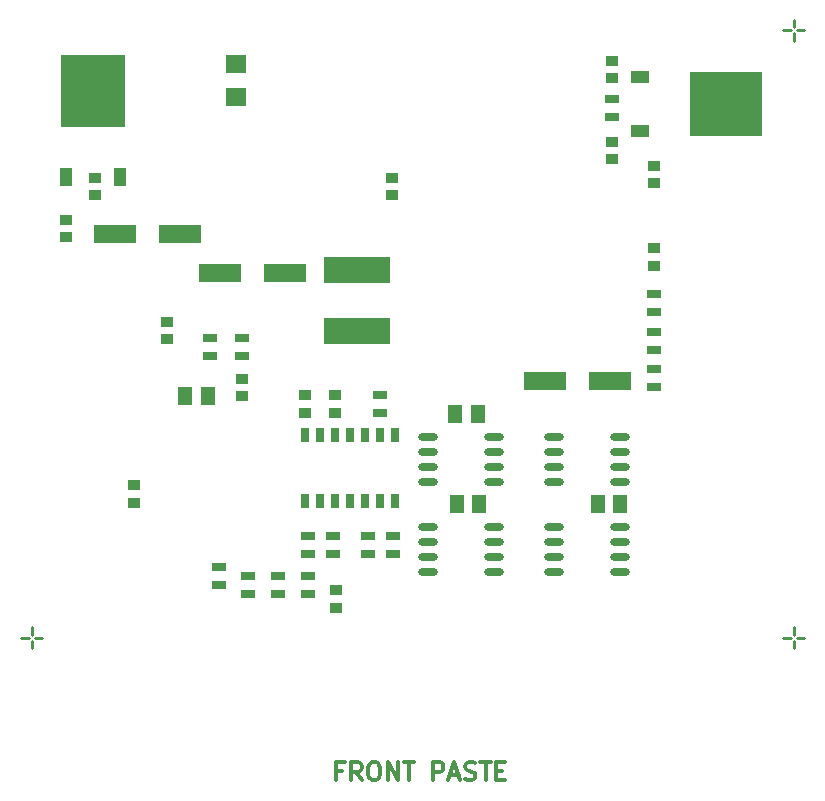
<source format=gtp>
G04 (created by PCBNEW (2013-07-07 BZR 4022)-stable) date 2/14/2016 6:55:42 AM*
%MOIN*%
G04 Gerber Fmt 3.4, Leading zero omitted, Abs format*
%FSLAX34Y34*%
G01*
G70*
G90*
G04 APERTURE LIST*
%ADD10C,0.00590551*%
%ADD11C,0.01*%
%ADD12C,0.011811*%
%ADD13O,0.065X0.025*%
%ADD14R,0.025X0.05*%
%ADD15R,0.045X0.025*%
%ADD16R,0.221X0.091*%
%ADD17R,0.141701X0.063*%
%ADD18R,0.0394016X0.0354016*%
%ADD19R,0.0629016X0.0392992*%
%ADD20R,0.244X0.2125*%
%ADD21R,0.0512X0.059*%
%ADD22R,0.0392992X0.0629016*%
%ADD23R,0.2125X0.244*%
%ADD24R,0.071X0.063*%
G04 APERTURE END LIST*
G54D10*
G54D11*
X24600Y-32650D02*
X24600Y-32400D01*
X24500Y-32750D02*
X24250Y-32750D01*
X24600Y-32850D02*
X24600Y-33100D01*
X24700Y-32750D02*
X24950Y-32750D01*
X50000Y-32850D02*
X50000Y-33100D01*
X49900Y-32750D02*
X49650Y-32750D01*
X50000Y-32650D02*
X50000Y-32400D01*
X50100Y-32750D02*
X50350Y-32750D01*
X50000Y-12600D02*
X50000Y-12850D01*
X49900Y-12500D02*
X49650Y-12500D01*
X50000Y-12400D02*
X50000Y-12150D01*
X50100Y-12500D02*
X50350Y-12500D01*
G54D12*
X34948Y-37179D02*
X34751Y-37179D01*
X34751Y-37489D02*
X34751Y-36898D01*
X35033Y-36898D01*
X35595Y-37489D02*
X35398Y-37207D01*
X35258Y-37489D02*
X35258Y-36898D01*
X35483Y-36898D01*
X35539Y-36926D01*
X35567Y-36954D01*
X35595Y-37010D01*
X35595Y-37095D01*
X35567Y-37151D01*
X35539Y-37179D01*
X35483Y-37207D01*
X35258Y-37207D01*
X35961Y-36898D02*
X36073Y-36898D01*
X36129Y-36926D01*
X36186Y-36982D01*
X36214Y-37095D01*
X36214Y-37292D01*
X36186Y-37404D01*
X36129Y-37460D01*
X36073Y-37489D01*
X35961Y-37489D01*
X35904Y-37460D01*
X35848Y-37404D01*
X35820Y-37292D01*
X35820Y-37095D01*
X35848Y-36982D01*
X35904Y-36926D01*
X35961Y-36898D01*
X36467Y-37489D02*
X36467Y-36898D01*
X36804Y-37489D01*
X36804Y-36898D01*
X37001Y-36898D02*
X37339Y-36898D01*
X37170Y-37489D02*
X37170Y-36898D01*
X37985Y-37489D02*
X37985Y-36898D01*
X38210Y-36898D01*
X38267Y-36926D01*
X38295Y-36954D01*
X38323Y-37010D01*
X38323Y-37095D01*
X38295Y-37151D01*
X38267Y-37179D01*
X38210Y-37207D01*
X37985Y-37207D01*
X38548Y-37320D02*
X38829Y-37320D01*
X38492Y-37489D02*
X38688Y-36898D01*
X38885Y-37489D01*
X39054Y-37460D02*
X39138Y-37489D01*
X39279Y-37489D01*
X39335Y-37460D01*
X39363Y-37432D01*
X39391Y-37376D01*
X39391Y-37320D01*
X39363Y-37264D01*
X39335Y-37235D01*
X39279Y-37207D01*
X39166Y-37179D01*
X39110Y-37151D01*
X39082Y-37123D01*
X39054Y-37067D01*
X39054Y-37010D01*
X39082Y-36954D01*
X39110Y-36926D01*
X39166Y-36898D01*
X39307Y-36898D01*
X39391Y-36926D01*
X39560Y-36898D02*
X39898Y-36898D01*
X39729Y-37489D02*
X39729Y-36898D01*
X40094Y-37179D02*
X40291Y-37179D01*
X40376Y-37489D02*
X40094Y-37489D01*
X40094Y-36898D01*
X40376Y-36898D01*
G54D13*
X37800Y-26050D03*
X37800Y-26550D03*
X37800Y-27050D03*
X37800Y-27550D03*
X40000Y-27550D03*
X40000Y-27050D03*
X40000Y-26550D03*
X40000Y-26050D03*
X37800Y-29050D03*
X37800Y-29550D03*
X37800Y-30050D03*
X37800Y-30550D03*
X40000Y-30550D03*
X40000Y-30050D03*
X40000Y-29550D03*
X40000Y-29050D03*
G54D14*
X33700Y-28200D03*
X34200Y-28200D03*
X34700Y-28200D03*
X35200Y-28200D03*
X35700Y-28200D03*
X36200Y-28200D03*
X36700Y-28200D03*
X36700Y-26000D03*
X36200Y-26000D03*
X35700Y-26000D03*
X35200Y-26000D03*
X34700Y-26000D03*
X34200Y-26000D03*
X33700Y-26000D03*
G54D15*
X36200Y-25250D03*
X36200Y-24650D03*
X30550Y-23350D03*
X30550Y-22750D03*
G54D16*
X35430Y-22514D03*
X35430Y-20486D03*
G54D17*
X41717Y-24200D03*
X43882Y-24200D03*
X33032Y-20600D03*
X30867Y-20600D03*
X27367Y-19300D03*
X29532Y-19300D03*
G54D18*
X33700Y-25245D03*
X33700Y-24654D03*
X25750Y-18804D03*
X25750Y-19395D03*
X29100Y-22795D03*
X29100Y-22204D03*
X43950Y-14095D03*
X43950Y-13504D03*
X28000Y-28245D03*
X28000Y-27654D03*
X43950Y-16204D03*
X43950Y-16795D03*
X26700Y-17404D03*
X26700Y-17995D03*
G54D19*
X44870Y-14062D03*
X44870Y-15857D03*
G54D20*
X47744Y-14960D03*
G54D15*
X43950Y-14800D03*
X43950Y-15400D03*
G54D21*
X29725Y-24700D03*
X30475Y-24700D03*
X43475Y-28300D03*
X44225Y-28300D03*
X38775Y-28300D03*
X39525Y-28300D03*
X38725Y-25300D03*
X39475Y-25300D03*
G54D15*
X33800Y-29350D03*
X33800Y-29950D03*
X45350Y-24400D03*
X45350Y-23800D03*
X36650Y-29350D03*
X36650Y-29950D03*
X45350Y-21900D03*
X45350Y-21300D03*
X35800Y-29350D03*
X35800Y-29950D03*
X45350Y-23150D03*
X45350Y-22550D03*
X33800Y-31300D03*
X33800Y-30700D03*
X31800Y-31300D03*
X31800Y-30700D03*
X32800Y-31300D03*
X32800Y-30700D03*
G54D18*
X34700Y-25245D03*
X34700Y-24654D03*
X45350Y-20345D03*
X45350Y-19754D03*
X36600Y-17995D03*
X36600Y-17404D03*
X31600Y-24695D03*
X31600Y-24104D03*
G54D15*
X34650Y-29350D03*
X34650Y-29950D03*
G54D22*
X25752Y-17389D03*
X27547Y-17389D03*
G54D23*
X26650Y-14515D03*
G54D13*
X42000Y-26050D03*
X42000Y-26550D03*
X42000Y-27050D03*
X42000Y-27550D03*
X44200Y-27550D03*
X44200Y-27050D03*
X44200Y-26550D03*
X44200Y-26050D03*
X42000Y-29050D03*
X42000Y-29550D03*
X42000Y-30050D03*
X42000Y-30550D03*
X44200Y-30550D03*
X44200Y-30050D03*
X44200Y-29550D03*
X44200Y-29050D03*
G54D18*
X45350Y-17595D03*
X45350Y-17004D03*
X34750Y-31745D03*
X34750Y-31154D03*
G54D15*
X31600Y-22750D03*
X31600Y-23350D03*
X30850Y-30400D03*
X30850Y-31000D03*
G54D24*
X31400Y-13625D03*
X31400Y-14725D03*
M02*

</source>
